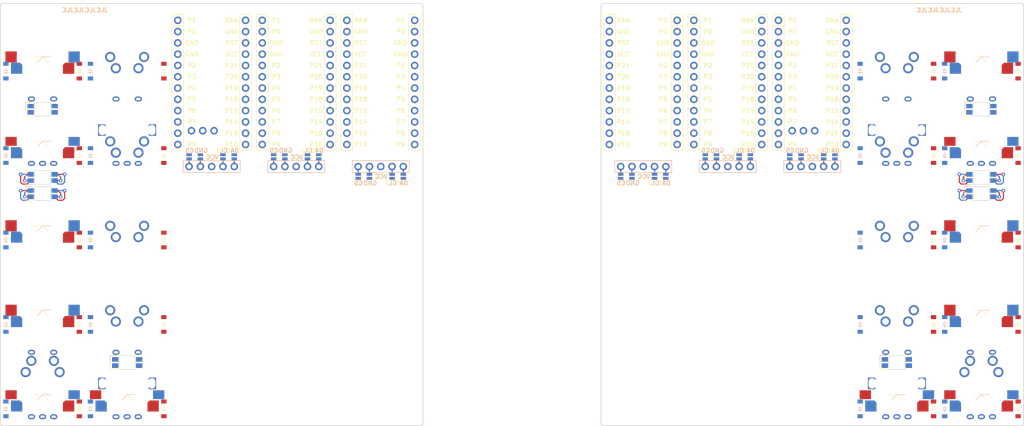
<source format=kicad_pcb>
(kicad_pcb (version 20240108) (generator "ergogen") (generator_version "4.1.0")
  (title_block (title "mx_demo") (date "2024-11-22") (rev "0.1") (company "Unknown"))
  (layers (0 "F.Cu" signal) (31 "B.Cu" signal) (34 "B.Paste" user) (35 "F.Paste" user) (36 "B.SilkS" user "B.Silkscreen") (37 "F.SilkS" user "F.Silkscreen") (38 "B.Mask" user) (39 "F.Mask" user) (44 "Edge.Cuts" user))
  (net 0 "")
  (net 1 "c1")
  (net 2 "c1_r1")
  (net 3 "mirror_c1_r1")
  (net 4 "c1_r2")
  (net 5 "mirror_c1_r2")
  (net 6 "c1_r3")
  (net 7 "mirror_c1_r3")
  (net 8 "c1_r4")
  (net 9 "mirror_c1_r4")
  (net 10 "c1_r5")
  (net 11 "mirror_c1_r5")
  (net 12 "c2")
  (net 13 "c2_r1")
  (net 14 "mirror_c2_r1")
  (net 15 "c2_r2")
  (net 16 "mirror_c2_r2")
  (net 17 "c2_r3")
  (net 18 "mirror_c2_r3")
  (net 19 "c2_r4")
  (net 20 "mirror_c2_r4")
  (net 21 "c2_r5")
  (net 22 "mirror_c2_r5")
  (net 23 "r5")
  (net 24 "r4")
  (net 25 "r3")
  (net 26 "r2")
  (net 27 "r1")
  (net 28 "VCC")
  (net 29 "LED_U_1")
  (net 30 "GND")
  (net 31 "LED")
  (net 32 "LED_3")
  (net 33 "LED_2")
  (net 34 "RAW")
  (net 35 "RST")
  (net 36 "P21")
  (net 37 "P20")
  (net 38 "P19")
  (net 39 "P18")
  (net 40 "P15")
  (net 41 "P14")
  (net 42 "P16")
  (net 43 "P10")
  (net 44 "P1")
  (net 45 "P0")
  (net 46 "P2")
  (net 47 "P3")
  (net 48 "P4")
  (net 49 "P5")
  (net 50 "P6")
  (net 51 "P7")
  (net 52 "P8")
  (net 53 "P9")
  (net 54 "P101")
  (net 55 "P102")
  (net 56 "P107")
  (net 57 "MCU1_24")
  (net 58 "MCU1_1")
  (net 59 "MCU1_23")
  (net 60 "MCU1_2")
  (net 61 "MCU1_22")
  (net 62 "MCU1_3")
  (net 63 "MCU1_21")
  (net 64 "MCU1_4")
  (net 65 "MCU1_20")
  (net 66 "MCU1_5")
  (net 67 "MCU1_19")
  (net 68 "MCU1_6")
  (net 69 "MCU1_18")
  (net 70 "MCU1_7")
  (net 71 "MCU1_17")
  (net 72 "MCU1_8")
  (net 73 "MCU1_16")
  (net 74 "MCU1_9")
  (net 75 "MCU1_15")
  (net 76 "MCU1_10")
  (net 77 "MCU1_14")
  (net 78 "MCU1_11")
  (net 79 "MCU1_13")
  (net 80 "MCU1_12")
  (net 81 "MCU2_24")
  (net 82 "MCU2_1")
  (net 83 "MCU2_23")
  (net 84 "MCU2_2")
  (net 85 "MCU2_22")
  (net 86 "MCU2_3")
  (net 87 "MCU2_21")
  (net 88 "MCU2_4")
  (net 89 "MCU2_20")
  (net 90 "MCU2_5")
  (net 91 "MCU2_19")
  (net 92 "MCU2_6")
  (net 93 "MCU2_18")
  (net 94 "MCU2_7")
  (net 95 "MCU2_17")
  (net 96 "MCU2_8")
  (net 97 "MCU2_16")
  (net 98 "MCU2_9")
  (net 99 "MCU2_15")
  (net 100 "MCU2_10")
  (net 101 "MCU2_14")
  (net 102 "MCU2_11")
  (net 103 "MCU2_13")
  (net 104 "MCU2_12")
  (net 105 "SDA")
  (net 106 "SCL")
  (net 107 "CS")
  (net 108 "DISP1_1")
  (net 109 "DISP1_2")
  (net 110 "DISP1_4")
  (net 111 "DISP1_5")
  (net 112 "DISP2_1")
  (net 113 "DISP2_2")
  (net 114 "DISP2_4")
  (net 115 "DISP2_5")
  (net 116 "MCU3_24")
  (net 117 "MCU3_1")
  (net 118 "MCU3_23")
  (net 119 "MCU3_2")
  (net 120 "MCU3_22")
  (net 121 "MCU3_3")
  (net 122 "MCU3_21")
  (net 123 "MCU3_4")
  (net 124 "MCU3_20")
  (net 125 "MCU3_5")
  (net 126 "MCU3_19")
  (net 127 "MCU3_6")
  (net 128 "MCU3_18")
  (net 129 "MCU3_7")
  (net 130 "MCU3_17")
  (net 131 "MCU3_8")
  (net 132 "MCU3_16")
  (net 133 "MCU3_9")
  (net 134 "MCU3_15")
  (net 135 "MCU3_10")
  (net 136 "MCU3_14")
  (net 137 "MCU3_11")
  (net 138 "MCU3_13")
  (net 139 "MCU3_12")
  (net 140 "MCU4_24")
  (net 141 "MCU4_1")
  (net 142 "MCU4_23")
  (net 143 "MCU4_2")
  (net 144 "MCU4_22")
  (net 145 "MCU4_3")
  (net 146 "MCU4_21")
  (net 147 "MCU4_4")
  (net 148 "MCU4_20")
  (net 149 "MCU4_5")
  (net 150 "MCU4_19")
  (net 151 "MCU4_6")
  (net 152 "MCU4_18")
  (net 153 "MCU4_7")
  (net 154 "MCU4_17")
  (net 155 "MCU4_8")
  (net 156 "MCU4_16")
  (net 157 "MCU4_9")
  (net 158 "MCU4_15")
  (net 159 "MCU4_10")
  (net 160 "MCU4_14")
  (net 161 "MCU4_11")
  (net 162 "MCU4_13")
  (net 163 "MCU4_12")
  (net 164 "DISP3_1")
  (net 165 "DISP3_2")
  (net 166 "DISP3_4")
  (net 167 "DISP3_5")
  (net 168 "DISP4_1")
  (net 169 "DISP4_2")
  (net 170 "DISP4_4")
  (net 171 "DISP4_5")
  (net 172 "MCU5_24")
  (net 173 "MCU5_1")
  (net 174 "MCU5_23")
  (net 175 "MCU5_2")
  (net 176 "MCU5_22")
  (net 177 "MCU5_3")
  (net 178 "MCU5_21")
  (net 179 "MCU5_4")
  (net 180 "MCU5_20")
  (net 181 "MCU5_5")
  (net 182 "MCU5_19")
  (net 183 "MCU5_6")
  (net 184 "MCU5_18")
  (net 185 "MCU5_7")
  (net 186 "MCU5_17")
  (net 187 "MCU5_8")
  (net 188 "MCU5_16")
  (net 189 "MCU5_9")
  (net 190 "MCU5_15")
  (net 191 "MCU5_10")
  (net 192 "MCU5_14")
  (net 193 "MCU5_11")
  (net 194 "MCU5_13")
  (net 195 "MCU5_12")
  (net 196 "MCU6_24")
  (net 197 "MCU6_1")
  (net 198 "MCU6_23")
  (net 199 "MCU6_2")
  (net 200 "MCU6_22")
  (net 201 "MCU6_3")
  (net 202 "MCU6_21")
  (net 203 "MCU6_4")
  (net 204 "MCU6_20")
  (net 205 "MCU6_5")
  (net 206 "MCU6_19")
  (net 207 "MCU6_6")
  (net 208 "MCU6_18")
  (net 209 "MCU6_7")
  (net 210 "MCU6_17")
  (net 211 "MCU6_8")
  (net 212 "MCU6_16")
  (net 213 "MCU6_9")
  (net 214 "MCU6_15")
  (net 215 "MCU6_10")
  (net 216 "MCU6_14")
  (net 217 "MCU6_11")
  (net 218 "MCU6_13")
  (net 219 "MCU6_12")
  (net 220 "DISP5_1")
  (net 221 "DISP5_2")
  (net 222 "DISP5_4")
  (net 223 "DISP5_5")
  (net 224 "DISP6_1")
  (net 225 "DISP6_2")
  (net 226 "DISP6_4")
  (net 227 "DISP6_5")
  (net 228 "RE_A")
  (net 229 "RE_C")
  (footprint "ceoloide:switch_mx" (layer "B.Cu") (at 62 62 180)
    (property "Reference" "S1" hide)
  )
  (footprint "ceoloide:switch_mx" (layer "B.Cu") (at 273 62 -180)
    (property "Reference" "S2" hide)
  )
  (footprint "ceoloide:switch_mx" (layer "B.Cu") (at 62 81 180)
    (property "Reference" "S3" hide)
  )
  (footprint "ceoloide:switch_mx" (layer "B.Cu") (at 273 81 -180)
    (property "Reference" "S4" hide)
  )
  (footprint "ceoloide:switch_mx" (layer "B.Cu") (at 62 100 180)
    (property "Reference" "S5" hide)
  )
  (footprint "ceoloide:switch_mx" (layer "B.Cu") (at 273 100 -180)
    (property "Reference" "S6" hide)
  )
  (footprint "ceoloide:switch_mx" (layer "B.Cu") (at 62 119 180)
    (property "Reference" "S7" hide)
  )
  (footprint "ceoloide:switch_mx" (layer "B.Cu") (at 273 119 -180)
    (property "Reference" "S8" hide)
  )
  (footprint "ceoloide:switch_mx" (layer "B.Cu") (at 62 138 180)
    (property "Reference" "S9" hide)
  )
  (footprint "ceoloide:switch_mx" (layer "B.Cu") (at 273 138 -180)
    (property "Reference" "S10" hide)
  )
  (footprint "ceoloide:switch_mx" (layer "B.Cu") (at 81 62 180)
    (property "Reference" "S11" hide)
  )
  (footprint "ceoloide:switch_mx" (layer "B.Cu") (at 254 62 -180)
    (property "Reference" "S12" hide)
  )
  (footprint "ceoloide:switch_mx" (layer "B.Cu") (at 81 81 180)
    (property "Reference" "S13" hide)
  )
  (footprint "ceoloide:switch_mx" (layer "B.Cu") (at 254 81 -180)
    (property "Reference" "S14" hide)
  )
  (footprint "ceoloide:switch_mx" (layer "B.Cu") (at 81 100 180)
    (property "Reference" "S15" hide)
  )
  (footprint "ceoloide:switch_mx" (layer "B.Cu") (at 254 100 -180)
    (property "Reference" "S16" hide)
  )
  (footprint "ceoloide:switch_mx" (layer "B.Cu") (at 81 119 180)
    (property "Reference" "S17" hide)
  )
  (footprint "ceoloide:switch_mx" (layer "B.Cu") (at 254 119 -180)
    (property "Reference" "S18" hide)
  )
  (footprint "ceoloide:switch_mx" (layer "B.Cu") (at 81 138 180)
    (property "Reference" "S19" hide)
  )
  (footprint "ceoloide:switch_mx" (layer "B.Cu") (at 254 138 -180)
    (property "Reference" "S20" hide)
  )
  (footprint "ceoloide:diode_tht_sod123" (layer "B.Cu") (at 53.75 143.73 90)
    (property "Reference" "D1" hide)
  )
  (footprint "ceoloide:diode_tht_sod123" (layer "B.Cu") (at 53.75 124.73 90)
    (property "Reference" "D2" hide)
  )
  (footprint "ceoloide:diode_tht_sod123" (layer "B.Cu") (at 53.75 105.73 90)
    (property "Reference" "D3" hide)
  )
  (footprint "ceoloide:diode_tht_sod123" (layer "B.Cu") (at 53.75 86.73 90)
    (property "Reference" "D4" hide)
  )
  (footprint "ceoloide:diode_tht_sod123" (layer "B.Cu") (at 53.75 67.73 90)
    (property "Reference" "D5" hide)
  )
  (footprint "ceoloide:diode_tht_sod123" (layer "B.Cu") (at 72.75 143.73 90)
    (property "Reference" "D6" hide)
  )
  (footprint "ceoloide:diode_tht_sod123" (layer "B.Cu") (at 72.75 124.73 90)
    (property "Reference" "D7" hide)
  )
  (footprint "ceoloide:diode_tht_sod123" (layer "B.Cu") (at 72.75 105.73 90)
    (property "Reference" "D8" hide)
  )
  (footprint "ceoloide:diode_tht_sod123" (layer "B.Cu") (at 72.75 86.73 90)
    (property "Reference" "D9" hide)
  )
  (footprint "ceoloide:diode_tht_sod123" (layer "B.Cu") (at 72.75 67.73 90)
    (property "Reference" "D10" hide)
  )
  (footprint "ceoloide:diode_tht_sod123" (layer "B.Cu") (at 264.75 143.73 90)
    (property "Reference" "D11" hide)
  )
  (footprint "ceoloide:diode_tht_sod123" (layer "B.Cu") (at 264.75 124.73 90)
    (property "Reference" "D12" hide)
  )
  (footprint "ceoloide:diode_tht_sod123" (layer "B.Cu") (at 264.75 105.73 90)
    (property "Reference" "D13" hide)
  )
  (footprint "ceoloide:diode_tht_sod123" (layer "B.Cu") (at 264.75 86.73 90)
    (property "Reference" "D14" hide)
  )
  (footprint "ceoloide:diode_tht_sod123" (layer "B.Cu") (at 264.75 67.73 90)
    (property "Reference" "D15" hide)
  )
  (footprint "ceoloide:diode_tht_sod123" (layer "B.Cu") (at 245.75 143.73 90)
    (property "Reference" "D16" hide)
  )
  (footprint "ceoloide:diode_tht_sod123" (layer "B.Cu") (at 245.75 124.73 90)
    (property "Reference" "D17" hide)
  )
  (footprint "ceoloide:diode_tht_sod123" (layer "B.Cu") (at 245.75 105.73 90)
    (property "Reference" "D18" hide)
  )
  (footprint "ceoloide:diode_tht_sod123" (layer "B.Cu") (at 245.75 86.73 90)
    (property "Reference" "D19" hide)
  )
  (footprint "ceoloide:diode_tht_sod123" (layer "B.Cu") (at 245.75 67.73 90)
    (property "Reference" "D20" hide)
  )
  (footprint "ceoloide:diode_tht_sod123" (layer "F.Cu") (at 70.25 143.73 90)
    (property "Reference" "D21" hide)
  )
  (footprint "ceoloide:diode_tht_sod123" (layer "F.Cu") (at 70.25 124.73 90)
    (property "Reference" "D22" hide)
  )
  (footprint "ceoloide:diode_tht_sod123" (layer "F.Cu") (at 70.25 105.73 90)
    (property "Reference" "D23" hide)
  )
  (footprint "ceoloide:diode_tht_sod123" (layer "F.Cu") (at 70.25 86.73 90)
    (property "Reference" "D24" hide)
  )
  (footprint "ceoloide:diode_tht_sod123" (layer "F.Cu") (at 70.25 67.73 90)
    (property "Reference" "D25" hide)
  )
  (footprint "ceoloide:diode_tht_sod123" (layer "F.Cu") (at 89.25 143.73 90)
    (property "Reference" "D26" hide)
  )
  (footprint "ceoloide:diode_tht_sod123" (layer "F.Cu") (at 89.25 124.73 90)
    (property "Reference" "D27" hide)
  )
  (footprint "ceoloide:diode_tht_sod123" (layer "F.Cu") (at 89.25 105.73 90)
    (property "Reference" "D28" hide)
  )
  (footprint "ceoloide:diode_tht_sod123" (layer "F.Cu") (at 89.25 86.73 90)
    (property "Reference" "D29" hide)
  )
  (footprint "ceoloide:diode_tht_sod123" (layer "F.Cu") (at 89.25 67.73 90)
    (property "Reference" "D30" hide)
  )
  (footprint "ceoloide:diode_tht_sod123" (layer "F.Cu") (at 281.25 143.73 90)
    (property "Reference" "D31" hide)
  )
  (footprint "ceoloide:diode_tht_sod123" (layer "F.Cu") (at 281.25 124.73 90)
    (property "Reference" "D32" hide)
  )
  (footprint "ceoloide:diode_tht_sod123" (layer "F.Cu") (at 281.25 105.73 90)
    (property "Reference" "D33" hide)
  )
  (footprint "ceoloide:diode_tht_sod123" (layer "F.Cu") (at 281.25 86.73 90)
    (property "Reference" "D34" hide)
  )
  (footprint "ceoloide:diode_tht_sod123" (layer "F.Cu") (at 281.25 67.73 90)
    (property "Reference" "D35" hide)
  )
  (footprint "ceoloide:diode_tht_sod123" (layer "F.Cu") (at 262.25 143.73 90)
    (property "Reference" "D36" hide)
  )
  (footprint "ceoloide:diode_tht_sod123" (layer "F.Cu") (at 262.25 124.73 90)
    (property "Reference" "D37" hide)
  )
  (footprint "ceoloide:diode_tht_sod123" (layer "F.Cu") (at 262.25 105.73 90)
    (property "Reference" "D38" hide)
  )
  (footprint "ceoloide:diode_tht_sod123" (layer "F.Cu") (at 262.25 86.73 90)
    (property "Reference" "D39" hide)
  )
  (footprint "ceoloide:diode_tht_sod123" (layer "F.Cu") (at 262.25 67.73 90)
    (property "Reference" "D40" hide)
  )
  (footprint "ceoloide:led_SK6812mini-e (per-key, reversible)" (layer "B.Cu") (at 62 76.3 0)
    (property "Reference" "LED1" hide)
    (fp_rect (start -1.8 -1.55) (end 1.8 1.55) (layer "Edge.Cuts") (stroke (width 0.12)) (fill none))
  )
  (footprint "ceoloide:led_SK6812mini-e (per-key, reversible)" (layer "B.Cu") (at 273 76.3 0)
    (property "Reference" "LED2" hide)
    (fp_rect (start -1.8 -1.55) (end 1.8 1.55) (layer "Edge.Cuts") (stroke (width 0.12)) (fill none))
  )
  (footprint "ceoloide:led_SK6812mini-e (per-key, reversible)" (layer "B.Cu") (at 62 95.3 0)
    (property "Reference" "LED3" hide)
    (fp_rect (start -1.8 -1.55) (end 1.8 1.55) (layer "Edge.Cuts") (stroke (width 0.12)) (fill none))
  )
  (segment (start 65.4 94.6) (end 66.06 95.194084) (width 0.25) (layer "F.Cu") (net 28))
  (segment (start 66.06 95.194084) (end 66.06 96) (width 0.25) (layer "F.Cu") (net 28))
  (segment (start 64.7 94.6) (end 65.4 94.6) (width 0.25) (layer "F.Cu") (net 28))
  (via (at 66.06 96) (size 0.8) (drill 0.4) (layers "F.Cu" "B.Cu") (net 28))
  (segment (start 64.7 96) (end 66.06 96) (width 0.25) (layer "B.Cu") (net 28))
  (segment (start 66.95 94.6) (end 64.7 94.6) (width 0.25) (layer "B.Cu") (net 32))
  (via (at 66.95 94.6) (size 0.8) (drill 0.4) (layers "F.Cu" "B.Cu") (net 32))
  (segment (start 64.7 96) (end 65.481 96.785) (width 0.25) (layer "F.Cu") (net 32))
  (segment (start 65.481 96.785) (end 66.529 96.785) (width 0.25) (layer "F.Cu") (net 32))
  (segment (start 66.95 96.36) (end 66.95 94.6) (width 0.25) (layer "F.Cu") (net 32))
  (segment (start 66.529 96.785) (end 66.95 96.36) (width 0.25) (layer "F.Cu") (net 32))
  (segment (start 58.6 94.6) (end 57.94 95.194084) (width 0.25) (layer "B.Cu") (net 30))
  (segment (start 57.94 95.194084) (end 57.94 96) (width 0.25) (layer "B.Cu") (net 30))
  (segment (start 59.3 94.6) (end 58.6 94.6) (width 0.25) (layer "B.Cu") (net 30))
  (via (at 57.94 96) (size 0.8) (drill 0.4) (layers "F.Cu" "B.Cu") (net 30))
  (segment (start 59.3 96) (end 57.94 96) (width 0.25) (layer "F.Cu") (net 30))
  (segment (start 57.05 94.6) (end 59.3 94.6) (width 0.25) (layer "F.Cu") (net 33))
  (via (at 57.05 94.6) (size 0.8) (drill 0.4) (layers "F.Cu" "B.Cu") (net 33))
  (segment (start 59.3 96) (end 58.519 96.785) (width 0.25) (layer "B.Cu") (net 33))
  (segment (start 58.519 96.785) (end 57.471000000000004 96.785) (width 0.25) (layer "B.Cu") (net 33))
  (segment (start 57.05 96.36) (end 57.05 94.6) (width 0.25) (layer "B.Cu") (net 33))
  (segment (start 57.471000000000004 96.785) (end 57.05 96.36) (width 0.25) (layer "B.Cu") (net 33))
  (footprint "ceoloide:led_SK6812mini-e (per-key, reversible)" (layer "B.Cu") (at 273 95.3 0)
    (property "Reference" "LED4" hide)
    (fp_rect (start -1.8 -1.55) (end 1.8 1.55) (layer "Edge.Cuts") (stroke (width 0.12)) (fill none))
  )
  (segment (start 276.4 94.6) (end 277.06 95.194084) (width 0.25) (layer "F.Cu") (net 28))
  (segment (start 277.06 95.194084) (end 277.06 96) (width 0.25) (layer "F.Cu") (net 28))
  (segment (start 275.7 94.6) (end 276.4 94.6) (width 0.25) (layer "F.Cu") (net 28))
  (via (at 277.06 96) (size 0.8) (drill 0.4) (layers "F.Cu" "B.Cu") (net 28))
  (segment (start 275.7 96) (end 277.06 96) (width 0.25) (layer "B.Cu") (net 28))
  (segment (start 277.95 94.6) (end 275.7 94.6) (width 0.25) (layer "B.Cu") (net 32))
  (via (at 277.95 94.6) (size 0.8) (drill 0.4) (layers "F.Cu" "B.Cu") (net 32))
  (segment (start 275.7 96) (end 276.481 96.785) (width 0.25) (layer "F.Cu") (net 32))
  (segment (start 276.481 96.785) (end 277.529 96.785) (width 0.25) (layer "F.Cu") (net 32))
  (segment (start 277.95 96.36) (end 277.95 94.6) (width 0.25) (layer "F.Cu") (net 32))
  (segment (start 277.529 96.785) (end 277.95 96.36) (width 0.25) (layer "F.Cu") (net 32))
  (segment (start 269.6 94.6) (end 268.94 95.194084) (width 0.25) (layer "B.Cu") (net 30))
  (segment (start 268.94 95.194084) (end 268.94 96) (width 0.25) (layer "B.Cu") (net 30))
  (segment (start 270.3 94.6) (end 269.6 94.6) (width 0.25) (layer "B.Cu") (net 30))
  (via (at 268.94 96) (size 0.8) (drill 0.4) (layers "F.Cu" "B.Cu") (net 30))
  (segment (start 270.3 96) (end 268.94 96) (width 0.25) (layer "F.Cu") (net 30))
  (segment (start 268.05 94.6) (end 270.3 94.6) (width 0.25) (layer "F.Cu") (net 33))
  (via (at 268.05 94.6) (size 0.8) (drill 0.4) (layers "F.Cu" "B.Cu") (net 33))
  (segment (start 270.3 96) (end 269.519 96.785) (width 0.25) (layer "B.Cu") (net 33))
  (segment (start 269.519 96.785) (end 268.471 96.785) (width 0.25) (layer "B.Cu") (net 33))
  (segment (start 268.05 96.36) (end 268.05 94.6) (width 0.25) (layer "B.Cu") (net 33))
  (segment (start 268.471 96.785) (end 268.05 96.36) (width 0.25) (layer "B.Cu") (net 33))
  (footprint "ceoloide:led_SK6812mini-e (per-key, reversible)" (layer "B.Cu") (at 81 133.3 0)
    (property "Reference" "LED5" hide)
    (fp_rect (start -1.8 -1.55) (end 1.8 1.55) (layer "Edge.Cuts") (stroke (width 0.12)) (fill none))
  )
  (footprint "ceoloide:led_SK6812mini-e (per-key, reversible)" (layer "B.Cu") (at 254 133.3 0)
    (property "Reference" "LED6" hide)
    (fp_rect (start -1.8 -1.55) (end 1.8 1.55) (layer "Edge.Cuts") (stroke (width 0.12)) (fill none))
  )
  (footprint "ceoloide:led_SK6812mini-e (underglow, reversible)" (layer "B.Cu") (at 62 91.65 0)
    (property "Reference" "LED7" hide)
    (fp_rect (start -1.8 -1.55) (end 1.8 1.55) (layer "Edge.Cuts") (stroke (width 0.12)) (fill none))
  )
  (segment (start 65.4 90.95) (end 66.06 91.54408400000001) (width 0.25) (layer "B.Cu") (net 28))
  (segment (start 66.06 91.54408400000001) (end 66.06 92.35000000000001) (width 0.25) (layer "B.Cu") (net 28))
  (segment (start 64.7 90.95) (end 65.4 90.95) (width 0.25) (layer "B.Cu") (net 28))
  (via (at 66.06 92.35000000000001) (size 0.8) (drill 0.4) (layers "F.Cu" "B.Cu") (net 28))
  (segment (start 64.7 92.35000000000001) (end 66.06 92.35000000000001) (width 0.25) (layer "F.Cu") (net 28))
  (segment (start 66.95 90.95) (end 64.7 90.95) (width 0.25) (layer "F.Cu") (net 33))
  (via (at 66.95 90.95) (size 0.8) (drill 0.4) (layers "F.Cu" "B.Cu") (net 33))
  (segment (start 64.7 92.35000000000001) (end 65.481 93.135) (width 0.25) (layer "B.Cu") (net 33))
  (segment (start 65.481 93.135) (end 66.529 93.135) (width 0.25) (layer "B.Cu") (net 33))
  (segment (start 66.95 92.71000000000001) (end 66.95 90.95) (width 0.25) (layer "B.Cu") (net 33))
  (segment (start 66.529 93.135) (end 66.95 92.71000000000001) (width 0.25) (layer "B.Cu") (net 33))
  (segment (start 58.6 90.95) (end 57.94 91.54408400000001) (width 0.25) (layer "F.Cu") (net 30))
  (segment (start 57.94 91.54408400000001) (end 57.94 92.35000000000001) (width 0.25) (layer "F.Cu") (net 30))
  (segment (start 59.3 90.95) (end 58.6 90.95) (width 0.25) (layer "F.Cu") (net 30))
  (via (at 57.94 92.35000000000001) (size 0.8) (drill 0.4) (layers "F.Cu" "B.Cu") (net 30))
  (segment (start 59.3 92.35000000000001) (end 57.94 92.35000000000001) (width 0.25) (layer "B.Cu") (net 30))
  (segment (start 57.05 90.95) (end 59.3 90.95) (width 0.25) (layer "B.Cu") (net 29))
  (via (at 57.05 90.95) (size 0.8) (drill 0.4) (layers "F.Cu" "B.Cu") (net 29))
  (segment (start 59.3 92.35000000000001) (end 58.519 93.135) (width 0.25) (layer "F.Cu") (net 29))
  (segment (start 58.519 93.135) (end 57.471000000000004 93.135) (width 0.25) (layer "F.Cu") (net 29))
  (segment (start 57.05 92.71000000000001) (end 57.05 90.95) (width 0.25) (layer "F.Cu") (net 29))
  (segment (start 57.471000000000004 93.135) (end 57.05 92.71000000000001) (width 0.25) (layer "F.Cu") (net 29))
  (footprint "ceoloide:led_SK6812mini-e (underglow, reversible)" (layer "B.Cu") (at 273 91.65 0)
    (property "Reference" "LED8" hide)
    (fp_rect (start -1.8 -1.55) (end 1.8 1.55) (layer "Edge.Cuts") (stroke (width 0.12)) (fill none))
  )
  (segment (start 276.4 90.95) (end 277.06 91.54408400000001) (width 0.25) (layer "B.Cu") (net 28))
  (segment (start 277.06 91.54408400000001) (end 277.06 92.35000000000001) (width 0.25) (layer "B.Cu") (net 28))
  (segment (start 275.7 90.95) (end 276.4 90.95) (width 0.25) (layer "B.Cu") (net 28))
  (via (at 277.06 92.35000000000001) (size 0.8) (drill 0.4) (layers "F.Cu" "B.Cu") (net 28))
  (segment (start 275.7 92.35000000000001) (end 277.06 92.35000000000001) (width 0.25) (layer "F.Cu") (net 28))
  (segment (start 277.95 90.95) (end 275.7 90.95) (width 0.25) (layer "F.Cu") (net 33))
  (via (at 277.95 90.95) (size 0.8) (drill 0.4) (layers "F.Cu" "B.Cu") (net 33))
  (segment (start 275.7 92.35000000000001) (end 276.481 93.135) (width 0.25) (layer "B.Cu") (net 33))
  (segment (start 276.481 93.135) (end 277.529 93.135) (width 0.25) (layer "B.Cu") (net 33))
  (segment (start 277.95 92.71000000000001) (end 277.95 90.95) (width 0.25) (layer "B.Cu") (net 33))
  (segment (start 277.529 93.135) (end 277.95 92.71000000000001) (width 0.25) (layer "B.Cu") (net 33))
  (segment (start 269.6 90.95) (end 268.94 91.54408400000001) (width 0.25) (layer "F.Cu") (net 30))
  (segment (start 268.94 91.54408400000001) (end 268.94 92.35000000000001) (width 0.25) (layer "F.Cu") (net 30))
  (segment (start 270.3 90.95) (end 269.6 90.95) (width 0.25) (layer "F.Cu") (net 30))
  (via (at 268.94 92.35000000000001) (size 0.8) (drill 0.4) (layers "F.Cu" "B.Cu") (net 30))
  (segment (start 270.3 92.35000000000001) (end 268.94 92.35000000000001) (width 0.25) (layer "B.Cu") (net 30))
  (segment (start 268.05 90.95) (end 270.3 90.95) (width 0.25) (layer "B.Cu") (net 29))
  (via (at 268.05 90.95) (size 0.8) (drill 0.4) (layers "F.Cu" "B.Cu") (net 29))
  (segment (start 270.3 92.35000000000001) (end 269.519 93.135) (width 0.25) (layer "F.Cu") (net 29))
  (segment (start 269.519 93.135) (end 268.471 93.135) (width 0.25) (layer "F.Cu") (net 29))
  (segment (start 268.05 92.71000000000001) (end 268.05 90.95) (width 0.25) (layer "F.Cu") (net 29))
  (segment (start 268.471 93.135) (end 268.05 92.71000000000001) (width 0.25) (layer "F.Cu") (net 29))
  (gr_text "JLCJLCJLCJLC" (at 71.5 54 0) (layer "F.SilkS") (effects (font (size 1 1))))
  (gr_text "JLCJLCJLCJLC" (at 71.5 54 0) (layer "B.SilkS") (effects (font (size 1 1)) (justify mirror)))
  (gr_text "JLCJLCJLCJLC" (at 263.5 54 0) (layer "F.SilkS") (effects (font (size 1 1))))
  (gr_text "JLCJLCJLCJLC" (at 263.5 54 0) (layer "B.SilkS") (effects (font (size 1 1)) (justify mirror)))
  (footprint "ceoloide:mcu_supermini_nrf52840" (layer "F.Cu") (at 138 69 0)
    (property "Reference" "MCU1" hide)
  )
  (footprint "ceoloide:mcu_supermini_nrf52840" (layer "F.Cu") (at 197 69 0)
    (property "Reference" "MCU2" hide)
  )
  (footprint "ceoloide:display_nice_view" (layer F.Cu) (at 138 72.5 0)
    (property "Reference" "DISP1" hide)
  )
  (segment (start 132.92 89.2) (end 132.92 90.95) (width 0.25) (layer "F.Cu") (net 107))
  (segment (start 135.46 89.2) (end 135.46 90.95) (width 0.25) (layer "F.Cu") (net 30))
  (segment (start 140.54 89.2) (end 140.54 90.95) (width 0.25) (layer "F.Cu") (net 106))
  (segment (start 143.08 89.2) (end 143.08 90.95) (width 0.25) (layer "F.Cu") (net 105))
  (segment (start 132.92 89.2) (end 132.92 90.95) (width 0.25) (layer "B.Cu") (net 107))
  (segment (start 135.46 89.2) (end 135.46 90.95) (width 0.25) (layer "B.Cu") (net 30))
  (segment (start 140.54 89.2) (end 140.54 90.95) (width 0.25) (layer "B.Cu") (net 106))
  (segment (start 143.08 89.2) (end 143.08 90.95) (width 0.25) (layer "B.Cu") (net 105))
  (footprint "ceoloide:display_nice_view" (layer F.Cu) (at 197 72.5 0)
    (property "Reference" "DISP2" hide)
  )
  (segment (start 191.92 89.2) (end 191.92 90.95) (width 0.25) (layer "F.Cu") (net 107))
  (segment (start 194.46 89.2) (end 194.46 90.95) (width 0.25) (layer "F.Cu") (net 30))
  (segment (start 199.54 89.2) (end 199.54 90.95) (width 0.25) (layer "F.Cu") (net 106))
  (segment (start 202.08 89.2) (end 202.08 90.95) (width 0.25) (layer "F.Cu") (net 105))
  (segment (start 191.92 89.2) (end 191.92 90.95) (width 0.25) (layer "B.Cu") (net 107))
  (segment (start 194.46 89.2) (end 194.46 90.95) (width 0.25) (layer "B.Cu") (net 30))
  (segment (start 199.54 89.2) (end 199.54 90.95) (width 0.25) (layer "B.Cu") (net 106))
  (segment (start 202.08 89.2) (end 202.08 90.95) (width 0.25) (layer "B.Cu") (net 105))
  (footprint "ceoloide:mcu_supermini_nrf52840" (layer "F.Cu") (at 119 69 0)
    (property "Reference" "MCU3" hide)
  )
  (footprint "ceoloide:mcu_supermini_nrf52840" (layer "F.Cu") (at 216 69 0)
    (property "Reference" "MCU4" hide)
  )
  (footprint "ceoloide:display_nice_view" (layer F.Cu) (at 119 72.5 0)
    (property "Reference" "DISP3" hide)
  )
  (segment (start 113.92 89.2) (end 113.92 87.45) (width 0.25) (layer "F.Cu") (net 107))
  (segment (start 116.46 89.2) (end 116.46 87.45) (width 0.25) (layer "F.Cu") (net 30))
  (segment (start 121.54 89.2) (end 121.54 87.45) (width 0.25) (layer "F.Cu") (net 106))
  (segment (start 124.08 89.2) (end 124.08 87.45) (width 0.25) (layer "F.Cu") (net 105))
  (segment (start 113.92 89.2) (end 113.92 87.45) (width 0.25) (layer "B.Cu") (net 107))
  (segment (start 116.46 89.2) (end 116.46 87.45) (width 0.25) (layer "B.Cu") (net 30))
  (segment (start 121.54 89.2) (end 121.54 87.45) (width 0.25) (layer "B.Cu") (net 106))
  (segment (start 124.08 89.2) (end 124.08 87.45) (width 0.25) (layer "B.Cu") (net 105))
  (footprint "ceoloide:display_nice_view" (layer F.Cu) (at 216 72.5 0)
    (property "Reference" "DISP4" hide)
  )
  (segment (start 210.92 89.2) (end 210.92 87.45) (width 0.25) (layer "F.Cu") (net 107))
  (segment (start 213.46 89.2) (end 213.46 87.45) (width 0.25) (layer "F.Cu") (net 30))
  (segment (start 218.54 89.2) (end 218.54 87.45) (width 0.25) (layer "F.Cu") (net 106))
  (segment (start 221.08 89.2) (end 221.08 87.45) (width 0.25) (layer "F.Cu") (net 105))
  (segment (start 210.92 89.2) (end 210.92 87.45) (width 0.25) (layer "B.Cu") (net 107))
  (segment (start 213.46 89.2) (end 213.46 87.45) (width 0.25) (layer "B.Cu") (net 30))
  (segment (start 218.54 89.2) (end 218.54 87.45) (width 0.25) (layer "B.Cu") (net 106))
  (segment (start 221.08 89.2) (end 221.08 87.45) (width 0.25) (layer "B.Cu") (net 105))
  (footprint "ceoloide:mcu_supermini_nrf52840" (layer "F.Cu") (at 100 69 0)
    (property "Reference" "MCU5" hide)
  )
  (footprint "ceoloide:mcu_supermini_nrf52840" (layer "F.Cu") (at 235 69 0)
    (property "Reference" "MCU6" hide)
  )
  (footprint "ceoloide:display_nice_view" (layer F.Cu) (at 100 72.5 0)
    (property "Reference" "DISP5" hide)
  )
  (segment (start 94.92 89.2) (end 94.92 87.45) (width 0.25) (layer "F.Cu") (net 107))
  (segment (start 97.46 89.2) (end 97.46 87.45) (width 0.25) (layer "F.Cu") (net 30))
  (segment (start 102.54 89.2) (end 102.54 87.45) (width 0.25) (layer "F.Cu") (net 106))
  (segment (start 105.08 89.2) (end 105.08 87.45) (width 0.25) (layer "F.Cu") (net 105))
  (segment (start 94.92 89.2) (end 94.92 87.45) (width 0.25) (layer "B.Cu") (net 107))
  (segment (start 97.46 89.2) (end 97.46 87.45) (width 0.25) (layer "B.Cu") (net 30))
  (segment (start 102.54 89.2) (end 102.54 87.45) (width 0.25) (layer "B.Cu") (net 106))
  (segment (start 105.08 89.2) (end 105.08 87.45) (width 0.25) (layer "B.Cu") (net 105))
  (footprint "ceoloide:display_nice_view" (layer F.Cu) (at 235 72.5 0)
    (property "Reference" "DISP6" hide)
  )
  (segment (start 229.92 89.2) (end 229.92 87.45) (width 0.25) (layer "F.Cu") (net 107))
  (segment (start 232.46 89.2) (end 232.46 87.45) (width 0.25) (layer "F.Cu") (net 30))
  (segment (start 237.54 89.2) (end 237.54 87.45) (width 0.25) (layer "F.Cu") (net 106))
  (segment (start 240.08 89.2) (end 240.08 87.45) (width 0.25) (layer "F.Cu") (net 105))
  (segment (start 229.92 89.2) (end 229.92 87.45) (width 0.25) (layer "B.Cu") (net 107))
  (segment (start 232.46 89.2) (end 232.46 87.45) (width 0.25) (layer "B.Cu") (net 30))
  (segment (start 237.54 89.2) (end 237.54 87.45) (width 0.25) (layer "B.Cu") (net 106))
  (segment (start 240.08 89.2) (end 240.08 87.45) (width 0.25) (layer "B.Cu") (net 105))
  (footprint "ceoloide:rotary_encoder_ec11_ec12" (layer "F.Cu") (at 62 138 0)
    (property "Reference" "RE1" hide)
  )
  (footprint "ceoloide:rotary_encoder_ec11_ec12" (layer "F.Cu") (at 62 81 0)
    (property "Reference" "RE2" hide)
  )
  (footprint "ceoloide:rotary_encoder_ec11_ec12" (layer "F.Cu") (at 273 138 0)
    (property "Reference" "RE3" hide)
  )
  (footprint "ceoloide:rotary_encoder_ec11_ec12" (layer "F.Cu") (at 273 81 0)
    (property "Reference" "RE4" hide)
  )
  (footprint "ceoloide:rotary_encoder_ec11_ec12" (layer "F.Cu") (at 81 138 0)
    (property "Reference" "RE5" hide)
  )
  (footprint "ceoloide:rotary_encoder_ec11_ec12" (layer "F.Cu") (at 81 81 0)
    (property "Reference" "RE6" hide)
  )
  (footprint "ceoloide:rotary_encoder_ec11_ec12" (layer "F.Cu") (at 254 138 0)
    (property "Reference" "RE7" hide)
  )
  (footprint "ceoloide:rotary_encoder_ec11_ec12" (layer "F.Cu") (at 254 81 0)
    (property "Reference" "RE8" hide)
  )
  (gr_line (start 53 147.5) (end 147 147.5) (layer Edge.Cuts) (stroke (width 0.15)))
  (gr_line (start 147.5 147) (end 147.5 53) (layer Edge.Cuts) (stroke (width 0.15)))
  (gr_line (start 147 52.5) (end 53 52.5) (layer Edge.Cuts) (stroke (width 0.15)))
  (gr_line (start 52.5 53) (end 52.5 147) (layer Edge.Cuts) (stroke (width 0.15)))
  (gr_line (start 188 147.5) (end 282 147.5) (layer Edge.Cuts) (stroke (width 0.15)))
  (gr_line (start 282.5 147) (end 282.5 53) (layer Edge.Cuts) (stroke (width 0.15)))
  (gr_line (start 282 52.5) (end 188 52.5) (layer Edge.Cuts) (stroke (width 0.15)))
  (gr_line (start 187.5 53) (end 187.5 147) (layer Edge.Cuts) (stroke (width 0.15)))
  (gr_arc (start 147 147.5) (mid 147.3535534 147.3535534) (end 147.5 147) (layer Edge.Cuts) (stroke (width 0.15)))
  (gr_arc (start 147.5 53) (mid 147.3535534 52.6464466) (end 147 52.5) (layer Edge.Cuts) (stroke (width 0.15)))
  (gr_arc (start 53 52.5) (mid 52.6464466 52.6464466) (end 52.5 53) (layer Edge.Cuts) (stroke (width 0.15)))
  (gr_arc (start 52.5 147) (mid 52.6464466 147.3535534) (end 53 147.5) (layer Edge.Cuts) (stroke (width 0.15)))
  (gr_arc (start 282 147.5) (mid 282.3535534 147.3535534) (end 282.5 147) (layer Edge.Cuts) (stroke (width 0.15)))
  (gr_arc (start 282.5 53) (mid 282.3535534 52.6464466) (end 282 52.5) (layer Edge.Cuts) (stroke (width 0.15)))
  (gr_arc (start 188 52.5) (mid 187.6464466 52.6464466) (end 187.5 53) (layer Edge.Cuts) (stroke (width 0.15)))
  (gr_arc (start 187.5 147) (mid 187.6464466 147.3535534) (end 188 147.5) (layer Edge.Cuts) (stroke (width 0.15)))
)
</source>
